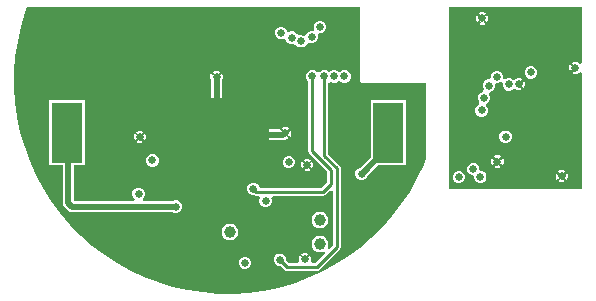
<source format=gbl>
G04*
G04 #@! TF.GenerationSoftware,Altium Limited,Altium Designer,25.4.2 (15)*
G04*
G04 Layer_Physical_Order=4*
G04 Layer_Color=417716*
%FSTAX24Y24*%
%MOIN*%
G70*
G04*
G04 #@! TF.SameCoordinates,F4185BB4-0936-4B88-B031-81E5C399A6D0*
G04*
G04*
G04 #@! TF.FilePolarity,Positive*
G04*
G01*
G75*
%ADD32C,0.0390*%
%ADD43C,0.0100*%
%ADD44C,0.0120*%
%ADD45C,0.0250*%
%ADD46C,0.0200*%
%ADD47R,0.1024X0.2000*%
%ADD48R,0.2500X0.2500*%
G36*
X04226Y035151D02*
X04226Y034494D01*
X04226Y032851D01*
X04226Y032851D01*
X04226Y032848D01*
Y032726D01*
X042261Y032724D01*
X042261Y032722D01*
X042264Y032706D01*
X042267Y03269D01*
X042267Y03269D01*
X042268Y032689D01*
X042268Y032687D01*
X042268Y032687D01*
X042268Y032687D01*
X042269Y032686D01*
X042269Y032684D01*
X042279Y032671D01*
X042288Y032657D01*
X042289Y032656D01*
X04229Y032655D01*
X04229Y032655D01*
X04229Y032655D01*
X042291Y032654D01*
X042292Y032652D01*
X042306Y032644D01*
X042319Y032634D01*
X042321Y032634D01*
X042322Y032633D01*
X042322Y032633D01*
X042322Y032633D01*
X042324Y032633D01*
X042326Y032632D01*
X042326Y032632D01*
X042342Y032629D01*
X042357Y032625D01*
X042359Y032626D01*
X042361Y032625D01*
X044461Y032623D01*
X044461Y030126D01*
X044376Y029908D01*
X04416Y02945D01*
X043912Y029008D01*
X043634Y028586D01*
X043326Y028184D01*
X04299Y027806D01*
X042628Y027452D01*
X042242Y027124D01*
X041833Y026825D01*
X041404Y026556D01*
X040958Y026318D01*
X040495Y026113D01*
X040019Y025941D01*
X039532Y025803D01*
X039037Y0257D01*
X038535Y025633D01*
X03803Y025601D01*
X037523Y025606D01*
X037019Y025646D01*
X036519Y025722D01*
X036025Y025834D01*
X03554Y025981D01*
X035067Y026161D01*
X034609Y026375D01*
X034166Y026621D01*
X033742Y026898D01*
X033339Y027204D01*
X032959Y027538D01*
X032604Y027898D01*
X032275Y028283D01*
X031974Y02869D01*
X031703Y029117D01*
X031463Y029563D01*
X031255Y030025D01*
X031081Y0305D01*
X030941Y030986D01*
X030835Y031481D01*
X030766Y031983D01*
X030732Y032488D01*
X030734Y032994D01*
X030772Y033499D01*
X030846Y034D01*
X030956Y034494D01*
X0311Y034979D01*
X031167Y035152D01*
X04226Y035151D01*
D02*
G37*
G36*
X049667Y03515D02*
Y033306D01*
X049587Y033272D01*
X049556Y033304D01*
X049481Y033335D01*
X049399D01*
X049324Y033304D01*
X049323Y033303D01*
X049391Y033236D01*
X049334Y033179D01*
X049267Y033247D01*
X049266Y033246D01*
X049235Y033171D01*
Y033089D01*
X049266Y033014D01*
X049267Y033013D01*
X049334Y033081D01*
X049391Y033024D01*
X049323Y032957D01*
X049324Y032956D01*
X049399Y032925D01*
X049481D01*
X049556Y032956D01*
X049587Y032988D01*
X049667Y032954D01*
Y02914D01*
X049611Y029084D01*
X045218Y029086D01*
Y032851D01*
X045218Y032851D01*
X045218Y032851D01*
X045218Y032939D01*
X045222Y035151D01*
X049667Y03515D01*
D02*
G37*
%LPC*%
G36*
X040971Y034705D02*
X040889D01*
X040814Y034674D01*
X040756Y034616D01*
X040725Y034541D01*
Y034459D01*
X040734Y034439D01*
X040717Y034411D01*
X040676Y034369D01*
X040611D01*
X040535Y034338D01*
X040478Y03428D01*
X040465Y03425D01*
X040427Y034206D01*
X040369Y03421D01*
X040338Y034223D01*
X040257D01*
X040255Y034222D01*
X040153Y034258D01*
X040096Y034316D01*
X04002Y034347D01*
X039939D01*
X039908Y034335D01*
X039843Y034342D01*
X039815Y034376D01*
X039797Y034418D01*
X03974Y034476D01*
X039664Y034507D01*
X039583D01*
X039507Y034476D01*
X03945Y034418D01*
X039418Y034343D01*
Y034262D01*
X03945Y034186D01*
X039507Y034129D01*
X039583Y034097D01*
X039664D01*
X039695Y03411D01*
X03976Y034103D01*
X039788Y034069D01*
X039806Y034026D01*
X039863Y033969D01*
X039939Y033937D01*
X04002D01*
X040022Y033938D01*
X040124Y033902D01*
X040182Y033844D01*
X040257Y033813D01*
X040338D01*
X040414Y033844D01*
X040471Y033902D01*
X040484Y033932D01*
X040522Y033976D01*
X040581Y033972D01*
X040611Y033959D01*
X040692D01*
X040768Y03399D01*
X040825Y034048D01*
X040856Y034123D01*
Y034205D01*
X040848Y034226D01*
X040865Y034254D01*
X040906Y034295D01*
X040971D01*
X041046Y034326D01*
X041104Y034384D01*
X041135Y034459D01*
Y034541D01*
X041104Y034616D01*
X041046Y034674D01*
X040971Y034705D01*
D02*
G37*
G36*
X041111Y033065D02*
X041029D01*
X040954Y033034D01*
X04092Y033D01*
X04087Y032984D01*
X04082Y033D01*
X040786Y033034D01*
X040711Y033065D01*
X040629D01*
X040554Y033034D01*
X040496Y032976D01*
X040465Y032901D01*
Y032819D01*
X040496Y032744D01*
X040537Y032703D01*
Y030355D01*
X040548Y030304D01*
X040576Y030261D01*
X041167Y02967D01*
Y029333D01*
X040971Y029136D01*
X038912D01*
Y02914D01*
X038881Y029216D01*
X038823Y029273D01*
X038747Y029305D01*
X038666D01*
X038591Y029273D01*
X038533Y029216D01*
X038502Y02914D01*
Y029059D01*
X038533Y028983D01*
X038591Y028926D01*
X038666Y028895D01*
X038732D01*
X038752Y028881D01*
X038802Y028871D01*
X038877D01*
X038922Y028791D01*
X038905Y028751D01*
Y028669D01*
X038936Y028594D01*
X038994Y028536D01*
X039069Y028505D01*
X039151D01*
X039226Y028536D01*
X039284Y028594D01*
X039315Y028669D01*
Y028751D01*
X039298Y028791D01*
X039343Y028871D01*
X041026D01*
X041077Y028881D01*
X04112Y02891D01*
X041274Y029064D01*
X041347Y029033D01*
Y027205D01*
X041231Y027088D01*
X041167Y027137D01*
X041176Y027154D01*
X041195Y027224D01*
Y027296D01*
X041176Y027366D01*
X04114Y027429D01*
X041089Y02748D01*
X041026Y027516D01*
X040956Y027535D01*
X040884D01*
X040814Y027516D01*
X040751Y02748D01*
X0407Y027429D01*
X040664Y027366D01*
X040645Y027296D01*
Y027224D01*
X040664Y027154D01*
X0407Y027091D01*
X040751Y02704D01*
X040814Y027004D01*
X040884Y026985D01*
X040956D01*
X041026Y027004D01*
X041043Y027013D01*
X041092Y026949D01*
X040764Y026622D01*
X040666D01*
X040614Y026702D01*
X040625Y026729D01*
Y026811D01*
X040594Y026886D01*
X040593Y026887D01*
X040526Y026819D01*
X040469Y026876D01*
X040537Y026943D01*
X040536Y026944D01*
X040461Y026975D01*
X040379D01*
X040304Y026944D01*
X040303Y026943D01*
X040371Y026876D01*
X040314Y026819D01*
X040247Y026887D01*
X040246Y026886D01*
X040215Y026811D01*
Y026729D01*
X040226Y026702D01*
X040174Y026622D01*
X039896D01*
X039795Y026722D01*
Y026781D01*
X039764Y026856D01*
X039706Y026914D01*
X039631Y026945D01*
X039549D01*
X039474Y026914D01*
X039416Y026856D01*
X039385Y026781D01*
Y026699D01*
X039416Y026624D01*
X039474Y026566D01*
X039549Y026535D01*
X039608D01*
X039747Y026395D01*
X03979Y026367D01*
X039841Y026357D01*
X040819D01*
X04087Y026367D01*
X040913Y026395D01*
X041574Y027056D01*
X041602Y027099D01*
X041613Y02715D01*
Y029799D01*
X041602Y02985D01*
X041574Y029893D01*
X041203Y030264D01*
Y032644D01*
X041283Y032678D01*
X041284Y032676D01*
X041359Y032645D01*
X041441D01*
X041516Y032676D01*
X04157Y03273D01*
X041624Y032676D01*
X041699Y032645D01*
X041781D01*
X041856Y032676D01*
X041914Y032734D01*
X041945Y032809D01*
Y032891D01*
X041914Y032966D01*
X041856Y033024D01*
X041781Y033055D01*
X041699D01*
X041624Y033024D01*
X04157Y03297D01*
X041516Y033024D01*
X041441Y033055D01*
X041359D01*
X041284Y033024D01*
X04124Y03298D01*
X041186Y033034D01*
X041111Y033065D01*
D02*
G37*
G36*
X037521Y033035D02*
X037439D01*
X037364Y033004D01*
X037363Y033003D01*
X037431Y032936D01*
X037374Y032879D01*
X037307Y032947D01*
X037306Y032946D01*
X037275Y032871D01*
Y032789D01*
X037296Y032737D01*
Y03143D01*
X03731Y03136D01*
X03735Y0313D01*
X03787Y03078D01*
X03793Y03074D01*
X038Y030726D01*
X039704D01*
X039774Y03074D01*
X039796Y030755D01*
X039811D01*
X039886Y030786D01*
X039887Y030787D01*
X039819Y030854D01*
X039876Y030911D01*
X039943Y030843D01*
X039944Y030844D01*
X039975Y030919D01*
Y031001D01*
X039944Y031076D01*
X039943Y031077D01*
X039876Y031009D01*
X039819Y031066D01*
X039887Y031133D01*
X039886Y031134D01*
X039811Y031165D01*
X039729D01*
X039654Y031134D01*
X039653Y031133D01*
X039721Y031066D01*
X039664Y031009D01*
X03958Y031094D01*
X038076D01*
X037664Y031506D01*
Y032737D01*
X037685Y032789D01*
Y032871D01*
X037654Y032946D01*
X037653Y032947D01*
X037586Y032879D01*
X037529Y032936D01*
X037597Y033003D01*
X037596Y033004D01*
X037521Y033035D01*
D02*
G37*
G36*
X034961Y031035D02*
X034879D01*
X034804Y031004D01*
X034803Y031003D01*
X034871Y030936D01*
X034814Y030879D01*
X034747Y030947D01*
X034746Y030946D01*
X034715Y030871D01*
Y030789D01*
X034746Y030714D01*
X034747Y030713D01*
X034814Y030781D01*
X034871Y030724D01*
X034803Y030657D01*
X034804Y030656D01*
X034879Y030625D01*
X034961D01*
X035036Y030656D01*
X035037Y030657D01*
X034969Y030724D01*
X035026Y030781D01*
X035093Y030713D01*
X035094Y030714D01*
X035125Y030789D01*
Y030871D01*
X035094Y030946D01*
X035093Y030947D01*
X035026Y030879D01*
X034969Y030936D01*
X035037Y031003D01*
X035036Y031004D01*
X034961Y031035D01*
D02*
G37*
G36*
X040541Y030105D02*
X040459D01*
X040384Y030074D01*
X040383Y030073D01*
X040451Y030006D01*
X040394Y029949D01*
X040327Y030017D01*
X040326Y030016D01*
X040295Y029941D01*
Y029859D01*
X040326Y029784D01*
X040327Y029783D01*
X040394Y029851D01*
X040451Y029794D01*
X040383Y029727D01*
X040384Y029726D01*
X040459Y029695D01*
X040541D01*
X040616Y029726D01*
X040617Y029727D01*
X040549Y029794D01*
X040606Y029851D01*
X040673Y029783D01*
X040674Y029784D01*
X040705Y029859D01*
Y029941D01*
X040674Y030016D01*
X040673Y030017D01*
X040606Y029949D01*
X040549Y030006D01*
X040617Y030073D01*
X040616Y030074D01*
X040541Y030105D01*
D02*
G37*
G36*
X035381Y030255D02*
X035299D01*
X035224Y030224D01*
X035166Y030166D01*
X035135Y030091D01*
Y030009D01*
X035166Y029934D01*
X035224Y029876D01*
X035299Y029845D01*
X035381D01*
X035456Y029876D01*
X035514Y029934D01*
X035545Y030009D01*
Y030091D01*
X035514Y030166D01*
X035456Y030224D01*
X035381Y030255D01*
D02*
G37*
G36*
X039931Y030195D02*
X039849D01*
X039774Y030164D01*
X039716Y030106D01*
X039685Y030031D01*
Y029949D01*
X039716Y029874D01*
X039774Y029816D01*
X039849Y029785D01*
X039931D01*
X040006Y029816D01*
X040064Y029874D01*
X040095Y029949D01*
Y030031D01*
X040064Y030106D01*
X040006Y030164D01*
X039931Y030195D01*
D02*
G37*
G36*
X043792Y03205D02*
X042609D01*
Y03015D01*
X04226Y029801D01*
X042194Y029774D01*
X042136Y029716D01*
X042105Y029641D01*
Y029559D01*
X042136Y029484D01*
X042194Y029426D01*
X042269Y029395D01*
X042351D01*
X042426Y029426D01*
X042484Y029484D01*
X042499Y029521D01*
X042868Y02989D01*
X043792D01*
Y03205D01*
D02*
G37*
G36*
X033091D02*
X031908D01*
Y02989D01*
X032346D01*
Y028627D01*
X03236Y028557D01*
X0324Y028497D01*
X032517Y02838D01*
X032577Y02834D01*
X032647Y028326D01*
X036017D01*
X036069Y028305D01*
X036151D01*
X036226Y028336D01*
X036284Y028394D01*
X036315Y028469D01*
Y028551D01*
X036284Y028626D01*
X036226Y028684D01*
X036151Y028715D01*
X036069D01*
X036017Y028694D01*
X035038D01*
X035038Y028694D01*
X035013Y028774D01*
X035054Y028814D01*
X035085Y028889D01*
Y028971D01*
X035054Y029046D01*
X034996Y029104D01*
X034921Y029135D01*
X034839D01*
X034764Y029104D01*
X034706Y029046D01*
X034675Y028971D01*
Y028889D01*
X034706Y028814D01*
X034747Y028774D01*
X034722Y028694D01*
X034722Y028694D01*
X032723D01*
X032714Y028703D01*
Y02989D01*
X033091D01*
Y03205D01*
D02*
G37*
G36*
X040956Y028335D02*
X040884D01*
X040814Y028316D01*
X040751Y02828D01*
X0407Y028229D01*
X040664Y028166D01*
X040645Y028096D01*
Y028024D01*
X040664Y027954D01*
X0407Y027891D01*
X040751Y02784D01*
X040814Y027804D01*
X040884Y027785D01*
X040956D01*
X041026Y027804D01*
X041089Y02784D01*
X04114Y027891D01*
X041176Y027954D01*
X041195Y028024D01*
Y028096D01*
X041176Y028166D01*
X04114Y028229D01*
X041089Y02828D01*
X041026Y028316D01*
X040956Y028335D01*
D02*
G37*
G36*
X037956Y027935D02*
X037884D01*
X037814Y027916D01*
X037751Y02788D01*
X0377Y027829D01*
X037664Y027766D01*
X037645Y027696D01*
Y027624D01*
X037664Y027554D01*
X0377Y027491D01*
X037751Y02744D01*
X037814Y027404D01*
X037884Y027385D01*
X037956D01*
X038026Y027404D01*
X038089Y02744D01*
X03814Y027491D01*
X038176Y027554D01*
X038195Y027624D01*
Y027696D01*
X038176Y027766D01*
X03814Y027829D01*
X038089Y02788D01*
X038026Y027916D01*
X037956Y027935D01*
D02*
G37*
G36*
X038461Y026836D02*
X038379D01*
X038304Y026804D01*
X038246Y026747D01*
X038215Y026671D01*
Y02659D01*
X038246Y026514D01*
X038304Y026457D01*
X038379Y026426D01*
X038461D01*
X038536Y026457D01*
X038594Y026514D01*
X038625Y02659D01*
Y026671D01*
X038594Y026747D01*
X038536Y026804D01*
X038461Y026836D01*
D02*
G37*
G36*
X046371Y034985D02*
X046289D01*
X046214Y034954D01*
X046213Y034953D01*
X046281Y034886D01*
X046224Y034829D01*
X046157Y034897D01*
X046156Y034896D01*
X046125Y034821D01*
Y034739D01*
X046156Y034664D01*
X046157Y034663D01*
X046224Y034731D01*
X046281Y034674D01*
X046213Y034607D01*
X046214Y034606D01*
X046289Y034575D01*
X046371D01*
X046446Y034606D01*
X046447Y034607D01*
X046379Y034674D01*
X046436Y034731D01*
X046503Y034663D01*
X046504Y034664D01*
X046535Y034739D01*
Y034821D01*
X046504Y034896D01*
X046503Y034897D01*
X046436Y034829D01*
X046379Y034886D01*
X046447Y034953D01*
X046446Y034954D01*
X046371Y034985D01*
D02*
G37*
G36*
X047991Y033185D02*
X047909D01*
X047834Y033154D01*
X047776Y033096D01*
X047745Y033021D01*
Y032939D01*
X047776Y032864D01*
X047834Y032806D01*
X047909Y032775D01*
X047991D01*
X048066Y032806D01*
X048124Y032864D01*
X048155Y032939D01*
Y033021D01*
X048124Y033096D01*
X048066Y033154D01*
X047991Y033185D01*
D02*
G37*
G36*
X046861Y033035D02*
X046779D01*
X046704Y033004D01*
X046646Y032946D01*
X046615Y032871D01*
Y03282D01*
X046602Y032781D01*
X046546Y032746D01*
X046509D01*
X046434Y032715D01*
X046376Y032657D01*
X046345Y032582D01*
Y0325D01*
X046376Y032425D01*
X046386Y032415D01*
X046353Y032335D01*
X046349D01*
X046274Y032304D01*
X046216Y032246D01*
X046185Y032171D01*
Y032089D01*
X046216Y032014D01*
X046239Y031991D01*
X046222Y031898D01*
X046197Y031887D01*
X04614Y031829D01*
X046108Y031754D01*
Y031673D01*
X04614Y031597D01*
X046197Y03154D01*
X046273Y031508D01*
X046354D01*
X046429Y03154D01*
X046487Y031597D01*
X046518Y031673D01*
Y031754D01*
X046487Y031829D01*
X046464Y031852D01*
X046481Y031946D01*
X046506Y031956D01*
X046564Y032014D01*
X046595Y032089D01*
Y032171D01*
X046564Y032246D01*
X046554Y032256D01*
X046587Y032336D01*
X046591D01*
X046666Y032367D01*
X046724Y032425D01*
X046755Y0325D01*
Y032551D01*
X046768Y03259D01*
X046824Y032625D01*
X046861D01*
X046936Y032656D01*
X046948Y032668D01*
X047016Y032623D01*
X047015Y032621D01*
Y032539D01*
X047046Y032464D01*
X047104Y032406D01*
X047179Y032375D01*
X047261D01*
X047336Y032406D01*
X04739Y03246D01*
X047434Y032416D01*
X047509Y032385D01*
X047591D01*
X047666Y032416D01*
X047667Y032417D01*
X047599Y032484D01*
X047656Y032541D01*
X047723Y032473D01*
X047724Y032474D01*
X047755Y032549D01*
Y032631D01*
X047724Y032706D01*
X047723Y032707D01*
X047656Y032639D01*
X047599Y032696D01*
X047667Y032763D01*
X047666Y032764D01*
X047591Y032795D01*
X047509D01*
X047434Y032764D01*
X04738Y03271D01*
X047336Y032754D01*
X047261Y032785D01*
X047179D01*
X047104Y032754D01*
X047092Y032742D01*
X047024Y032787D01*
X047025Y032789D01*
Y032871D01*
X046994Y032946D01*
X046936Y033004D01*
X046861Y033035D01*
D02*
G37*
G36*
X047151Y031045D02*
X047069D01*
X046994Y031014D01*
X046936Y030956D01*
X046905Y030881D01*
Y030799D01*
X046936Y030724D01*
X046994Y030666D01*
X047069Y030635D01*
X047151D01*
X047226Y030666D01*
X047284Y030724D01*
X047315Y030799D01*
Y030881D01*
X047284Y030956D01*
X047226Y031014D01*
X047151Y031045D01*
D02*
G37*
G36*
X046881Y030215D02*
X046799D01*
X046724Y030184D01*
X046723Y030183D01*
X046791Y030116D01*
X046734Y030059D01*
X046667Y030127D01*
X046666Y030126D01*
X046635Y030051D01*
Y029969D01*
X046666Y029894D01*
X046667Y029893D01*
X046734Y029961D01*
X046791Y029904D01*
X046723Y029837D01*
X046724Y029836D01*
X046799Y029805D01*
X046881D01*
X046956Y029836D01*
X046957Y029837D01*
X046889Y029904D01*
X046946Y029961D01*
X047013Y029893D01*
X047014Y029894D01*
X047045Y029969D01*
Y030051D01*
X047014Y030126D01*
X047013Y030127D01*
X046946Y030059D01*
X046889Y030116D01*
X046957Y030183D01*
X046956Y030184D01*
X046881Y030215D01*
D02*
G37*
G36*
X049022Y029725D02*
X04894D01*
X048865Y029694D01*
X048864Y029693D01*
X048932Y029626D01*
X048875Y029569D01*
X048808Y029637D01*
X048807Y029636D01*
X048776Y029561D01*
Y029479D01*
X048807Y029404D01*
X048808Y029403D01*
X048875Y029471D01*
X048932Y029414D01*
X048864Y029347D01*
X048865Y029346D01*
X04894Y029315D01*
X049022D01*
X049097Y029346D01*
X049098Y029347D01*
X049031Y029414D01*
X049087Y029471D01*
X049154Y029403D01*
X049155Y029404D01*
X049186Y029479D01*
Y029561D01*
X049155Y029636D01*
X049154Y029637D01*
X049087Y029569D01*
X049031Y029626D01*
X049098Y029693D01*
X049097Y029694D01*
X049022Y029725D01*
D02*
G37*
G36*
X046077Y029965D02*
X045995D01*
X04592Y029934D01*
X045862Y029876D01*
X045831Y029801D01*
Y029719D01*
X045862Y029644D01*
X04592Y029586D01*
X045995Y029555D01*
X045995D01*
X046001Y029555D01*
X046065Y029541D01*
Y029459D01*
X046096Y029384D01*
X046154Y029326D01*
X046229Y029295D01*
X046311D01*
X046386Y029326D01*
X046444Y029384D01*
X046475Y029459D01*
Y029541D01*
X046444Y029616D01*
X046386Y029674D01*
X046311Y029705D01*
X046311D01*
X046306Y029705D01*
X046241Y029719D01*
Y029801D01*
X04621Y029876D01*
X046152Y029934D01*
X046077Y029965D01*
D02*
G37*
G36*
X045591Y029695D02*
X045509D01*
X045434Y029664D01*
X045376Y029606D01*
X045345Y029531D01*
Y029449D01*
X045376Y029374D01*
X045434Y029316D01*
X045509Y029285D01*
X045591D01*
X045666Y029316D01*
X045724Y029374D01*
X045755Y029449D01*
Y029531D01*
X045724Y029606D01*
X045666Y029664D01*
X045591Y029695D01*
D02*
G37*
%LPD*%
D32*
X03792Y02766D02*
D03*
X04092Y02806D02*
D03*
Y02726D02*
D03*
D43*
X040819Y026489D02*
X04148Y02715D01*
X03959Y02674D02*
X039841Y026489D01*
X040819D01*
X041026Y029004D02*
X0413Y029278D01*
Y029725D01*
X038802Y029004D02*
X041026D01*
X038707Y0291D02*
X038802Y029004D01*
X04107Y030209D02*
Y03286D01*
X04067Y030355D02*
Y03286D01*
Y030355D02*
X0413Y029725D01*
X04107Y030209D02*
X04148Y029799D01*
Y02715D02*
Y029799D01*
D44*
X040404Y02677D02*
X04042D01*
D45*
X040651Y034164D02*
D03*
X040298Y034018D02*
D03*
X03998Y034142D02*
D03*
X039623Y034302D02*
D03*
X03959Y02674D02*
D03*
X038707Y0291D02*
D03*
X04684Y03001D02*
D03*
X04555Y02949D02*
D03*
X046036Y02976D02*
D03*
X04627Y0295D02*
D03*
X03977Y03096D02*
D03*
X03748Y03283D02*
D03*
X03488Y02893D02*
D03*
X04231Y0296D02*
D03*
X03611Y02851D02*
D03*
X03989Y02999D02*
D03*
X03492Y03083D02*
D03*
X03534Y03005D02*
D03*
X0405Y0299D02*
D03*
X03842Y026631D02*
D03*
X03911Y02871D02*
D03*
X04042Y02677D02*
D03*
X04755Y03259D02*
D03*
X04944Y03313D02*
D03*
X04633Y03478D02*
D03*
X04682Y03283D02*
D03*
X04722Y03258D02*
D03*
X0414Y03285D02*
D03*
X04107Y03286D02*
D03*
X04067D02*
D03*
X04093Y0345D02*
D03*
X04795Y03298D02*
D03*
X04174Y03285D02*
D03*
X04655Y032541D02*
D03*
X04639Y03213D02*
D03*
X046313Y031713D02*
D03*
X04711Y03084D02*
D03*
X048981Y02952D02*
D03*
D46*
X038Y03091D02*
X039704D01*
X039754Y03096D01*
X03977D01*
X03748Y03143D02*
Y03283D01*
Y03143D02*
X038Y03091D01*
X042319Y0296D02*
X0432Y030482D01*
X04231Y0296D02*
X042319D01*
X0432Y030482D02*
Y03097D01*
X0325D02*
X03253Y03094D01*
Y028627D02*
Y03094D01*
Y028627D02*
X032647Y02851D01*
X03611D01*
D47*
X0432Y03097D02*
D03*
X0325D02*
D03*
D48*
X038Y03091D02*
D03*
M02*

</source>
